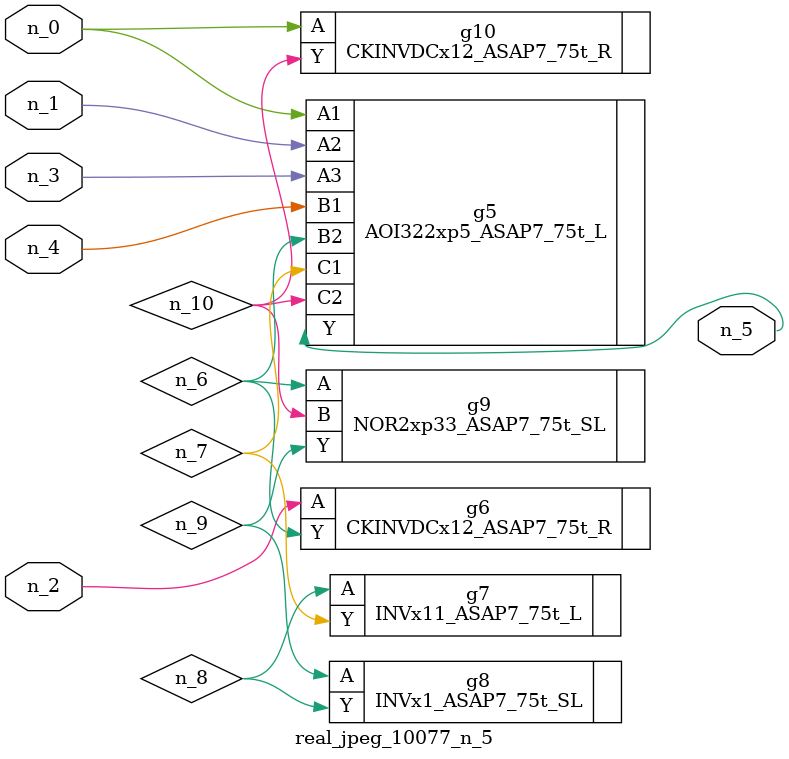
<source format=v>
module real_jpeg_10077_n_5 (n_4, n_0, n_1, n_2, n_3, n_5);

input n_4;
input n_0;
input n_1;
input n_2;
input n_3;

output n_5;

wire n_8;
wire n_6;
wire n_7;
wire n_10;
wire n_9;

AOI322xp5_ASAP7_75t_L g5 ( 
.A1(n_0),
.A2(n_1),
.A3(n_3),
.B1(n_4),
.B2(n_6),
.C1(n_7),
.C2(n_10),
.Y(n_5)
);

CKINVDCx12_ASAP7_75t_R g10 ( 
.A(n_0),
.Y(n_10)
);

CKINVDCx12_ASAP7_75t_R g6 ( 
.A(n_2),
.Y(n_6)
);

NOR2xp33_ASAP7_75t_SL g9 ( 
.A(n_6),
.B(n_10),
.Y(n_9)
);

INVx11_ASAP7_75t_L g7 ( 
.A(n_8),
.Y(n_7)
);

INVx1_ASAP7_75t_SL g8 ( 
.A(n_9),
.Y(n_8)
);


endmodule
</source>
